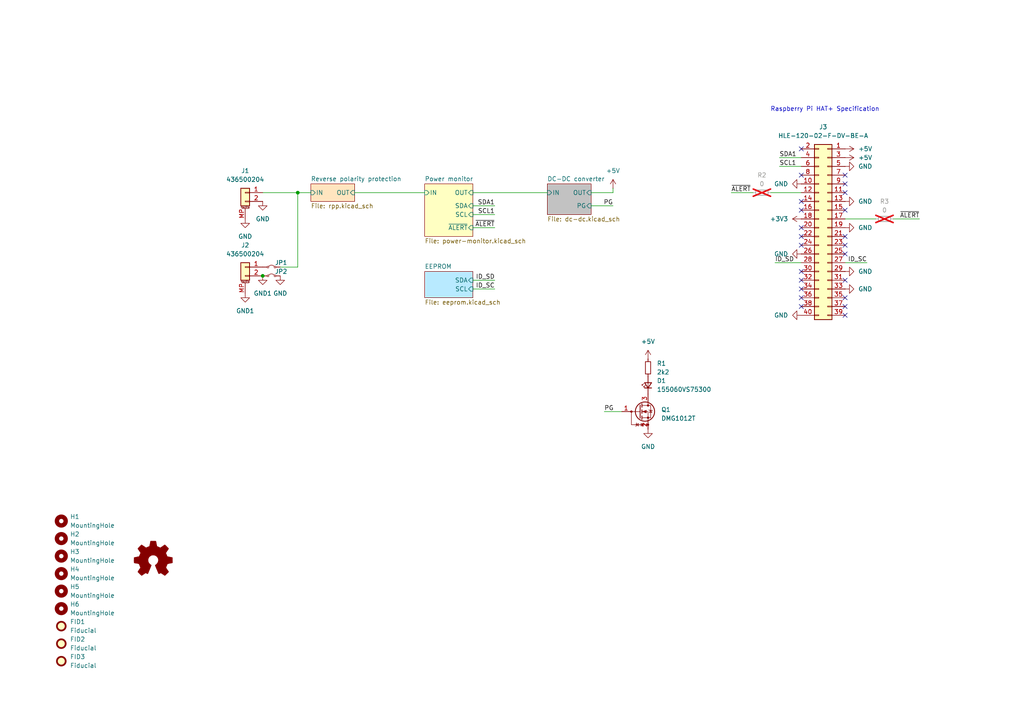
<source format=kicad_sch>
(kicad_sch (version 20231120) (generator "eeschema") (generator_version "8.0")
  (paper "A4")
  (title_block (title "DC Power board v1"))
  (lib_symbols
    (symbol "Connector_Generic:Conn_02x20_Odd_Even" (pin_names (offset 1.016) hide)
      (property "Reference" "J" (at 1.27 25.4 0))
      (property "Value" "Conn_02x20_Odd_Even" (at 1.27 -27.94 0))
      (symbol "Conn_02x20_Odd_Even_1_1"
        (rectangle (start -1.27 -25.273) (end 0 -25.527) (stroke (width 0.1524)))
        (rectangle (start -1.27 -22.733) (end 0 -22.987) (stroke (width 0.1524)))
        (rectangle (start -1.27 -20.193) (end 0 -20.447) (stroke (width 0.1524)))
        (rectangle (start -1.27 -17.653) (end 0 -17.907) (stroke (width 0.1524)))
        (rectangle (start -1.27 -15.113) (end 0 -15.367) (stroke (width 0.1524)))
        (rectangle (start -1.27 -12.573) (end 0 -12.827) (stroke (width 0.1524)))
        (rectangle (start -1.27 -10.033) (end 0 -10.287) (stroke (width 0.1524)))
        (rectangle (start -1.27 -7.493) (end 0 -7.747) (stroke (width 0.1524)))
        (rectangle (start -1.27 -4.953) (end 0 -5.207) (stroke (width 0.1524)))
        (rectangle (start -1.27 -2.413) (end 0 -2.667) (stroke (width 0.1524)))
        (rectangle (start -1.27 0.127) (end 0 -0.127) (stroke (width 0.1524)))
        (rectangle (start -1.27 2.667) (end 0 2.413) (stroke (width 0.1524)))
        (rectangle (start -1.27 5.207) (end 0 4.953) (stroke (width 0.1524)))
        (rectangle (start -1.27 7.747) (end 0 7.493) (stroke (width 0.1524)))
        (rectangle (start -1.27 10.287) (end 0 10.033) (stroke (width 0.1524)))
        (rectangle (start -1.27 12.827) (end 0 12.573) (stroke (width 0.1524)))
        (rectangle (start -1.27 15.367) (end 0 15.113) (stroke (width 0.1524)))
        (rectangle (start -1.27 17.907) (end 0 17.653) (stroke (width 0.1524)))
        (rectangle (start -1.27 20.447) (end 0 20.193) (stroke (width 0.1524)))
        (rectangle (start -1.27 22.987) (end 0 22.733) (stroke (width 0.1524)))
        (rectangle (start -1.27 24.13) (end 3.81 -26.67) (stroke (width 0.254)) (fill (type background)))
        (rectangle (start 3.81 -25.273) (end 2.54 -25.527) (stroke (width 0.1524)))
        (rectangle (start 3.81 -22.733) (end 2.54 -22.987) (stroke (width 0.1524)))
        (rectangle (start 3.81 -20.193) (end 2.54 -20.447) (stroke (width 0.1524)))
        (rectangle (start 3.81 -17.653) (end 2.54 -17.907) (stroke (width 0.1524)))
        (rectangle (start 3.81 -15.113) (end 2.54 -15.367) (stroke (width 0.1524)))
        (rectangle (start 3.81 -12.573) (end 2.54 -12.827) (stroke (width 0.1524)))
        (rectangle (start 3.81 -10.033) (end 2.54 -10.287) (stroke (width 0.1524)))
        (rectangle (start 3.81 -7.493) (end 2.54 -7.747) (stroke (width 0.1524)))
        (rectangle (start 3.81 -4.953) (end 2.54 -5.207) (stroke (width 0.1524)))
        (rectangle (start 3.81 -2.413) (end 2.54 -2.667) (stroke (width 0.1524)))
        (rectangle (start 3.81 0.127) (end 2.54 -0.127) (stroke (width 0.1524)))
        (rectangle (start 3.81 2.667) (end 2.54 2.413) (stroke (width 0.1524)))
        (rectangle (start 3.81 5.207) (end 2.54 4.953) (stroke (width 0.1524)))
        (rectangle (start 3.81 7.747) (end 2.54 7.493) (stroke (width 0.1524)))
        (rectangle (start 3.81 10.287) (end 2.54 10.033) (stroke (width 0.1524)))
        (rectangle (start 3.81 12.827) (end 2.54 12.573) (stroke (width 0.1524)))
        (rectangle (start 3.81 15.367) (end 2.54 15.113) (stroke (width 0.1524)))
        (rectangle (start 3.81 17.907) (end 2.54 17.653) (stroke (width 0.1524)))
        (rectangle (start 3.81 20.447) (end 2.54 20.193) (stroke (width 0.1524)))
        (rectangle (start 3.81 22.987) (end 2.54 22.733) (stroke (width 0.1524)))
        (pin passive line (at -5.08 22.86 0) (length 3.81) (name "Pin_1") (number "1"))
        (pin passive line (at 7.62 12.7 180) (length 3.81) (name "Pin_10") (number "10"))
        (pin passive line (at -5.08 10.16 0) (length 3.81) (name "Pin_11") (number "11"))
        (pin passive line (at 7.62 10.16 180) (length 3.81) (name "Pin_12") (number "12"))
        (pin passive line (at -5.08 7.62 0) (length 3.81) (name "Pin_13") (number "13"))
        (pin passive line (at 7.62 7.62 180) (length 3.81) (name "Pin_14") (number "14"))
        (pin passive line (at -5.08 5.08 0) (length 3.81) (name "Pin_15") (number "15"))
        (pin passive line (at 7.62 5.08 180) (length 3.81) (name "Pin_16") (number "16"))
        (pin passive line (at -5.08 2.54 0) (length 3.81) (name "Pin_17") (number "17"))
        (pin passive line (at 7.62 2.54 180) (length 3.81) (name "Pin_18") (number "18"))
        (pin passive line (at -5.08 0 0) (length 3.81) (name "Pin_19") (number "19"))
        (pin passive line (at 7.62 22.86 180) (length 3.81) (name "Pin_2") (number "2"))
        (pin passive line (at 7.62 0 180) (length 3.81) (name "Pin_20") (number "20"))
        (pin passive line (at -5.08 -2.54 0) (length 3.81) (name "Pin_21") (number "21"))
        (pin passive line (at 7.62 -2.54 180) (length 3.81) (name "Pin_22") (number "22"))
        (pin passive line (at -5.08 -5.08 0) (length 3.81) (name "Pin_23") (number "23"))
        (pin passive line (at 7.62 -5.08 180) (length 3.81) (name "Pin_24") (number "24"))
        (pin passive line (at -5.08 -7.62 0) (length 3.81) (name "Pin_25") (number "25"))
        (pin passive line (at 7.62 -7.62 180) (length 3.81) (name "Pin_26") (number "26"))
        (pin passive line (at -5.08 -10.16 0) (length 3.81) (name "Pin_27") (number "27"))
        (pin passive line (at 7.62 -10.16 180) (length 3.81) (name "Pin_28") (number "28"))
        (pin passive line (at -5.08 -12.7 0) (length 3.81) (name "Pin_29") (number "29"))
        (pin passive line (at -5.08 20.32 0) (length 3.81) (name "Pin_3") (number "3"))
        (pin passive line (at 7.62 -12.7 180) (length 3.81) (name "Pin_30") (number "30"))
        (pin passive line (at -5.08 -15.24 0) (length 3.81) (name "Pin_31") (number "31"))
        (pin passive line (at 7.62 -15.24 180) (length 3.81) (name "Pin_32") (number "32"))
        (pin passive line (at -5.08 -17.78 0) (length 3.81) (name "Pin_33") (number "33"))
        (pin passive line (at 7.62 -17.78 180) (length 3.81) (name "Pin_34") (number "34"))
        (pin passive line (at -5.08 -20.32 0) (length 3.81) (name "Pin_35") (number "35"))
        (pin passive line (at 7.62 -20.32 180) (length 3.81) (name "Pin_36") (number "36"))
        (pin passive line (at -5.08 -22.86 0) (length 3.81) (name "Pin_37") (number "37"))
        (pin passive line (at 7.62 -22.86 180) (length 3.81) (name "Pin_38") (number "38"))
        (pin passive line (at -5.08 -25.4 0) (length 3.81) (name "Pin_39") (number "39"))
        (pin passive line (at 7.62 20.32 180) (length 3.81) (name "Pin_4") (number "4"))
        (pin passive line (at 7.62 -25.4 180) (length 3.81) (name "Pin_40") (number "40"))
        (pin passive line (at -5.08 17.78 0) (length 3.81) (name "Pin_5") (number "5"))
        (pin passive line (at 7.62 17.78 180) (length 3.81) (name "Pin_6") (number "6"))
        (pin passive line (at -5.08 15.24 0) (length 3.81) (name "Pin_7") (number "7"))
        (pin passive line (at 7.62 15.24 180) (length 3.81) (name "Pin_8") (number "8"))
        (pin passive line (at -5.08 12.7 0) (length 3.81) (name "Pin_9") (number "9"))
      )
    )
    (symbol "Connector_Generic_MountingPin:Conn_01x02_MountingPin" (pin_names (offset 1.016) hide)
      (property "Reference" "J" (at 0 2.54 0))
      (property "Value" "Conn_01x02_MountingPin" (at 1.27 -5.08 0))
      (symbol "Conn_01x02_MountingPin_1_1"
        (rectangle (start -1.27 -2.413) (end 0 -2.667) (stroke (width 0.1524)))
        (rectangle (start -1.27 0.127) (end 0 -0.127) (stroke (width 0.1524)))
        (rectangle (start -1.27 1.27) (end 1.27 -3.81) (stroke (width 0.254)) (fill (type background)))
        (polyline (pts (xy -1.016 -4.572) (xy 1.016 -4.572)) (stroke (width 0.1524)))
        (text "Mounting" (at 0 -4.191 0) (effects (font (size 0.381 0.381))))
        (pin passive line (at -5.08 0 0) (length 3.81) (name "Pin_1") (number "1"))
        (pin passive line (at -5.08 -2.54 0) (length 3.81) (name "Pin_2") (number "2"))
        (pin passive line (at 0 -7.62 90) (length 3.048) (name "MountPin") (number "MP"))
      )
    )
    (symbol "Device:LED_Small" (pin_numbers hide) (pin_names (offset 0.254) hide)
      (property "Reference" "D" (at -1.27 3.175 0))
      (property "Value" "LED_Small" (at -4.445 -2.54 0))
      (symbol "LED_Small_0_1"
        (polyline (pts (xy -0.762 -1.016) (xy -0.762 1.016)) (stroke (width 0.254)))
        (polyline (pts (xy 1.016 0) (xy -0.762 0)))
        (polyline (pts (xy 0.762 -1.016) (xy -0.762 0) (xy 0.762 1.016) (xy 0.762 -1.016)) (stroke (width 0.254)))
        (polyline (pts (xy 0 0.762) (xy -0.508 1.27) (xy -0.254 1.27) (xy -0.508 1.27) (xy -0.508 1.016)))
        (polyline (pts (xy 0.508 1.27) (xy 0 1.778) (xy 0.254 1.778) (xy 0 1.778) (xy 0 1.524)))
      )
      (symbol "LED_Small_1_1"
        (pin passive line (at -2.54 0 0) (length 1.778) (name "K") (number "1"))
        (pin passive line (at 2.54 0 180) (length 1.778) (name "A") (number "2"))
      )
    )
    (symbol "Device:R_Small" (pin_numbers hide) (pin_names (offset 0.254) hide)
      (property "Reference" "R" (at 0.762 0.508 0))
      (property "Value" "R_Small" (at 0.762 -1.016 0))
      (symbol "R_Small_0_1"
        (rectangle (start -0.762 1.778) (end 0.762 -1.778) (stroke (width 0.2032)))
      )
      (symbol "R_Small_1_1"
        (pin passive line (at 0 2.54 270) (length 0.762) (name "~") (number "1"))
        (pin passive line (at 0 -2.54 90) (length 0.762) (name "~") (number "2"))
      )
    )
    (symbol "Graphic:Logo_Open_Hardware_Small" (in_bom no) (on_board no)
      (symbol "Logo_Open_Hardware_Small_0_1"
        (polyline (pts (xy 3.3528 -4.3434) (xy 3.302 -4.318) (xy 3.175 -4.2418) (xy 2.9972 -4.1148) (xy 2.7686 -3.9624) (xy 2.54 -3.81) (xy 2.3622 -3.7084) (xy 2.2352 -3.6068) (xy 2.1844 -3.5814) (xy 2.159 -3.6068) (xy 2.0574 -3.6576) (xy 1.905 -3.7338) (xy 1.8034 -3.7846) (xy 1.6764 -3.8354) (xy 1.6002 -3.8354) (xy 1.6002 -3.8354) (xy 1.5494 -3.7338) (xy 1.4732 -3.5306) (xy 1.3462 -3.302) (xy 1.2446 -3.0226) (xy 1.1176 -2.7178) (xy 0.9652 -2.413) (xy 0.8636 -2.1082) (xy 0.7366 -1.8288) (xy 0.6604 -1.6256) (xy 0.6096 -1.4732) (xy 0.5842 -1.397) (xy 0.5842 -1.397) (xy 0.6604 -1.3208) (xy 0.7874 -1.2446) (xy 1.0414 -1.016) (xy 1.2954 -0.6858) (xy 1.4478 -0.3302) (xy 1.524 0.0762) (xy 1.4732 0.4572) (xy 1.3208 0.8128) (xy 1.0668 1.143) (xy 0.762 1.3716) (xy 0.4064 1.524) (xy 0 1.5748) (xy -0.381 1.5494) (xy -0.7366 1.397) (xy -1.0668 1.143) (xy -1.2192 0.9906) (xy -1.397 0.6604) (xy -1.524 0.3048) (xy -1.524 0.2286) (xy -1.4986 -0.1778) (xy -1.397 -0.5334) (xy -1.1938 -0.8636) (xy -0.9144 -1.143) (xy -0.8636 -1.1684) (xy -0.7366 -1.27) (xy -0.635 -1.3462) (xy -0.5842 -1.397) (xy -1.0668 -2.5908) (xy -1.143 -2.794) (xy -1.2954 -3.1242) (xy -1.397 -3.4036) (xy -1.4986 -3.6322) (xy -1.5748 -3.7846) (xy -1.6002 -3.8354) (xy -1.6002 -3.8354) (xy -1.651 -3.8354) (xy -1.7272 -3.81) (xy -1.905 -3.7338) (xy -2.0066 -3.683) (xy -2.1336 -3.6068) (xy -2.2098 -3.5814) (xy -2.2606 -3.6068) (xy -2.3622 -3.683) (xy -2.54 -3.81) (xy -2.7686 -3.9624) (xy -2.9718 -4.0894) (xy -3.1496 -4.2164) (xy -3.302 -4.318) (xy -3.3528 -4.3434) (xy -3.3782 -4.3434) (xy -3.429 -4.318) (xy -3.5306 -4.2164) (xy -3.7084 -4.064) (xy -3.937 -3.8354) (xy -3.9624 -3.81) (xy -4.1656 -3.6068) (xy -4.318 -3.4544) (xy -4.4196 -3.3274) (xy -4.445 -3.2766) (xy -4.445 -3.2766) (xy -4.4196 -3.2258) (xy -4.318 -3.0734) (xy -4.2164 -2.8956) (xy -4.064 -2.667) (xy -3.6576 -2.0828) (xy -3.8862 -1.5494) (xy -3.937 -1.3716) (xy -4.0386 -1.1684) (xy -4.0894 -1.0414) (xy -4.1148 -0.9652) (xy -4.191 -0.9398) (xy -4.318 -0.9144) (xy -4.5466 -0.8636) (xy -4.8006 -0.8128) (xy -5.0546 -0.7874) (xy -5.2578 -0.7366) (xy -5.4356 -0.7112) (xy -5.5118 -0.6858) (xy -5.5118 -0.6858) (xy -5.5372 -0.635) (xy -5.5372 -0.5588) (xy -5.5372 -0.4318) (xy -5.5626 -0.2286) (xy -5.5626 0.0762) (xy -5.5626 0.127) (xy -5.5372 0.4064) (xy -5.5372 0.635) (xy -5.5372 0.762) (xy -5.5372 0.8382) (xy -5.5372 0.8382) (xy -5.461 0.8382) (xy -5.3086 0.889) (xy -5.08 0.9144) (xy -4.826 0.9652) (xy -4.8006 0.9906) (xy -4.5466 1.0414) (xy -4.318 1.0668) (xy -4.1656 1.1176) (xy -4.0894 1.143) (xy -4.0894 1.143) (xy -4.0386 1.2446) (xy -3.9624 1.4224) (xy -3.8608 1.6256) (xy -3.7846 1.8288) (xy -3.7084 2.0066) (xy -3.6576 2.159) (xy -3.6322 2.2098) (xy -3.6322 2.2098) (xy -3.683 2.286) (xy -3.7592 2.413) (xy -3.8862 2.5908) (xy -4.064 2.8194) (xy -4.064 2.8448) (xy -4.2164 3.0734) (xy -4.3434 3.2512) (xy -4.4196 3.3782) (xy -4.445 3.4544) (xy -4.445 3.4544) (xy -4.3942 3.5052) (xy -4.2926 3.6322) (xy -4.1148 3.81) (xy -3.937 4.0132) (xy -3.8608 4.064) (xy -3.6576 4.2926) (xy -3.5052 4.4196) (xy -3.4036 4.4958) (xy -3.3528 4.5212) (xy -3.3528 4.5212) (xy -3.302 4.4704) (xy -3.1496 4.3688) (xy -2.9718 4.2418) (xy -2.7432 4.0894) (xy -2.7178 4.0894) (xy -2.4892 3.937) (xy -2.3114 3.81) (xy -2.1844 3.7084) (xy -2.1336 3.683) (xy -2.1082 3.683) (xy -2.032 3.7084) (xy -1.8542 3.7592) (xy -1.6764 3.8354) (xy -1.4732 3.937) (xy -1.27 4.0132) (xy -1.143 4.064) (xy -1.0668 4.1148) (xy -1.0668 4.1148) (xy -1.0414 4.191) (xy -1.016 4.3434) (xy -0.9652 4.572) (xy -0.9144 4.8514) (xy -0.889 4.9022) (xy -0.8382 5.1562) (xy -0.8128 5.3848) (xy -0.7874 5.5372) (xy -0.762 5.588) (xy -0.7112 5.6134) (xy -0.5842 5.6134) (xy -0.4064 5.6134) (xy -0.1524 5.6134) (xy 0.0762 5.6134) (xy 0.3302 5.6134) (xy 0.5334 5.6134) (xy 0.6858 5.588) (xy 0.7366 5.588) (xy 0.7366 5.588) (xy 0.762 5.5118) (xy 0.8128 5.334) (xy 0.8382 5.1054) (xy 0.9144 4.826) (xy 0.9144 4.7752) (xy 0.9652 4.5212) (xy 1.016 4.2926) (xy 1.0414 4.1402) (xy 1.0668 4.0894) (xy 1.0668 4.0894) (xy 1.1938 4.0386) (xy 1.3716 3.9624) (xy 1.5748 3.8608) (xy 2.0828 3.6576) (xy 2.7178 4.0894) (xy 2.7686 4.1402) (xy 2.9972 4.2926) (xy 3.175 4.4196) (xy 3.302 4.4958) (xy 3.3782 4.5212) (xy 3.3782 4.5212) (xy 3.429 4.4704) (xy 3.556 4.3434) (xy 3.7338 4.191) (xy 3.9116 3.9878) (xy 4.064 3.8354) (xy 4.2418 3.6576) (xy 4.3434 3.556) (xy 4.4196 3.4798) (xy 4.4196 3.429) (xy 4.4196 3.4036) (xy 4.3942 3.3274) (xy 4.2926 3.2004) (xy 4.1656 2.9972) (xy 4.0132 2.794) (xy 3.8862 2.5908) (xy 3.7592 2.3876) (xy 3.6576 2.2352) (xy 3.6322 2.159) (xy 3.6322 2.1336) (xy 3.683 2.0066) (xy 3.7592 1.8288) (xy 3.8608 1.6002) (xy 4.064 1.1176) (xy 4.3942 1.0414) (xy 4.5974 1.016) (xy 4.8768 0.9652) (xy 5.1308 0.9144) (xy 5.5372 0.8382) (xy 5.5626 -0.6604) (xy 5.4864 -0.6858) (xy 5.4356 -0.6858) (xy 5.2832 -0.7366) (xy 5.0546 -0.762) (xy 4.8006 -0.8128) (xy 4.5974 -0.8636) (xy 4.3688 -0.9144) (xy 4.2164 -0.9398) (xy 4.1402 -0.9398) (xy 4.1148 -0.9652) (xy 4.064 -1.0668) (xy 3.9878 -1.2446) (xy 3.9116 -1.4478) (xy 3.81 -1.651) (xy 3.7338 -1.8542) (xy 3.683 -2.0066) (xy 3.6576 -2.0828) (xy 3.683 -2.1336) (xy 3.7846 -2.2606) (xy 3.8862 -2.4638) (xy 4.0386 -2.667) (xy 4.191 -2.8956) (xy 4.318 -3.0734) (xy 4.3942 -3.2004) (xy 4.445 -3.2766) (xy 4.4196 -3.3274) (xy 4.3434 -3.429) (xy 4.1656 -3.5814) (xy 3.937 -3.8354) (xy 3.8862 -3.8608) (xy 3.683 -4.064) (xy 3.5306 -4.2164) (xy 3.4036 -4.318) (xy 3.3528 -4.3434)) (fill (type outline)))
      )
    )
    (symbol "Jumper:Jumper_2_Small_Bridged" (pin_numbers hide) (pin_names (offset 0) hide) (exclude_from_sim yes)
      (property "Reference" "JP" (at 0 2.032 0))
      (property "Value" "Jumper_2_Small_Bridged" (at 0 -2.286 0))
      (symbol "Jumper_2_Small_Bridged_0_0"
        (circle (center -1.016 0) (radius 0.254))
        (circle (center 1.016 0) (radius 0.254))
      )
      (symbol "Jumper_2_Small_Bridged_0_1"
        (arc (start 0.762 0.254) (mid 0 0.5696) (end -0.762 0.254))
      )
      (symbol "Jumper_2_Small_Bridged_1_1"
        (pin passive line (at -2.54 0 0) (length 1.27) (name "A") (number "1"))
        (pin passive line (at 2.54 0 180) (length 1.27) (name "B") (number "2"))
      )
    )
    (symbol "Mechanical:Fiducial" (exclude_from_sim yes) (in_bom no)
      (property "Reference" "FID" (at 0 5.08 0))
      (property "Value" "Fiducial" (at 0 3.175 0))
      (symbol "Fiducial_0_1"
        (circle (center 0 0) (radius 1.27) (stroke (width 0.508)) (fill (type background)))
      )
    )
    (symbol "Mechanical:MountingHole" (pin_names (offset 1.016)) (exclude_from_sim yes) (in_bom no)
      (property "Reference" "H" (at 0 5.08 0))
      (property "Value" "MountingHole" (at 0 3.175 0))
      (symbol "MountingHole_0_1"
        (circle (center 0 0) (radius 1.27) (stroke (width 1.27)))
      )
    )
    (symbol "Transistor_FET:DMG1012T" (pin_names (offset 0) hide)
      (property "Reference" "Q" (at 5.08 1.905 0))
      (property "Value" "DMG1012T" (at 5.08 0 0))
      (symbol "DMG1012T_0_1"
        (polyline (pts (xy 2.54 -3.81) (xy -2.286 -3.81) (xy -2.286 0)))
      )
      (symbol "DMG1012T_1_1"
        (circle (center -2.286 0) (radius 0.254) (fill (type outline)))
        (polyline (pts (xy 0.254 0) (xy -2.54 0)))
        (polyline (pts (xy 0.254 1.905) (xy 0.254 -1.905)) (stroke (width 0.254)))
        (polyline (pts (xy 0.762 -1.27) (xy 0.762 -2.286)) (stroke (width 0.254)))
        (polyline (pts (xy 0.762 0.508) (xy 0.762 -0.508)) (stroke (width 0.254)))
        (polyline (pts (xy 0.762 2.286) (xy 0.762 1.27)) (stroke (width 0.254)))
        (polyline (pts (xy 2.54 2.54) (xy 2.54 1.778)))
        (polyline (pts (xy 2.54 -2.54) (xy 2.54 0) (xy 0.762 0)))
        (polyline (pts (xy -1.016 -4.318) (xy -0.889 -4.191) (xy -0.889 -3.429) (xy -0.762 -3.302)))
        (polyline (pts (xy -0.889 -3.81) (xy -0.254 -4.191) (xy -0.254 -3.429) (xy -0.889 -3.81)))
        (polyline (pts (xy 0.762 -1.778) (xy 3.302 -1.778) (xy 3.302 1.778) (xy 0.762 1.778)))
        (polyline (pts (xy 1.016 0) (xy 2.032 0.381) (xy 2.032 -0.381) (xy 1.016 0)) (fill (type outline)))
        (polyline (pts (xy 1.143 -3.81) (xy 0.508 -3.429) (xy 0.508 -4.191) (xy 1.143 -3.81)))
        (polyline (pts (xy 1.27 -3.302) (xy 1.143 -3.429) (xy 1.143 -4.191) (xy 1.016 -4.318)))
        (polyline (pts (xy 2.794 0.508) (xy 2.921 0.381) (xy 3.683 0.381) (xy 3.81 0.254)))
        (polyline (pts (xy 3.302 0.381) (xy 2.921 -0.254) (xy 3.683 -0.254) (xy 3.302 0.381)))
        (circle (center 1.651 0) (radius 2.794) (stroke (width 0.254)))
        (circle (center 2.54 -3.81) (radius 0.254) (fill (type outline)))
        (circle (center 2.54 -1.778) (radius 0.254) (fill (type outline)))
        (circle (center 2.54 1.778) (radius 0.254) (fill (type outline)))
        (pin input line (at -5.08 0 0) (length 2.54) (name "G") (number "1"))
        (pin passive line (at 2.54 -5.08 90) (length 2.54) (name "S") (number "2"))
        (pin passive line (at 2.54 5.08 270) (length 2.54) (name "D") (number "3"))
      )
    )
    (symbol "power:+3V3" (power) (pin_numbers hide) (pin_names (offset 0) hide)
      (property "Value" "+3V3" (at 0 3.556 0))
      (symbol "+3V3_0_1"
        (polyline (pts (xy -0.762 1.27) (xy 0 2.54)))
        (polyline (pts (xy 0 0) (xy 0 2.54)))
        (polyline (pts (xy 0 2.54) (xy 0.762 1.27)))
      )
      (symbol "+3V3_1_1"
        (pin power_in line (at 0 0 90) (length 0) (name "~") (number "1"))
      )
    )
    (symbol "power:+5V" (power) (pin_numbers hide) (pin_names (offset 0) hide)
      (property "Value" "+5V" (at 0 3.556 0))
      (symbol "+5V_0_1"
        (polyline (pts (xy -0.762 1.27) (xy 0 2.54)))
        (polyline (pts (xy 0 0) (xy 0 2.54)))
        (polyline (pts (xy 0 2.54) (xy 0.762 1.27)))
      )
      (symbol "+5V_1_1"
        (pin power_in line (at 0 0 90) (length 0) (name "~") (number "1"))
      )
    )
    (symbol "power:GND" (power) (pin_numbers hide) (pin_names (offset 0) hide)
      (property "Value" "GND" (at 0 -3.81 0))
      (symbol "GND_0_1"
        (polyline (pts (xy 0 0) (xy 0 -1.27) (xy 1.27 -1.27) (xy 0 -2.54) (xy -1.27 -1.27) (xy 0 -1.27)))
      )
      (symbol "GND_1_1"
        (pin power_in line (at 0 0 270) (length 0) (name "~") (number "1"))
      )
    )
    (symbol "power:GND1" (power) (pin_numbers hide) (pin_names (offset 0) hide)
      (property "Value" "GND1" (at 0 -3.81 0))
      (symbol "GND1_0_1"
        (polyline (pts (xy 0 0) (xy 0 -1.27) (xy 1.27 -1.27) (xy 0 -2.54) (xy -1.27 -1.27) (xy 0 -1.27)))
      )
      (symbol "GND1_1_1"
        (pin power_in line (at 0 0 270) (length 0) (name "~") (number "1"))
      )
    )
  )
  (junction (at 76.2 80.01))
  (junction (at 86.36 55.88))
  (no_connect (at 232.41 60.96))
  (no_connect (at 232.41 78.74))
  (no_connect (at 232.41 68.58))
  (no_connect (at 232.41 86.36))
  (no_connect (at 245.11 55.88))
  (no_connect (at 245.11 73.66))
  (no_connect (at 232.41 43.18))
  (no_connect (at 245.11 91.44))
  (no_connect (at 245.11 88.9))
  (no_connect (at 245.11 71.12))
  (no_connect (at 245.11 81.28))
  (no_connect (at 232.41 66.04))
  (no_connect (at 232.41 81.28))
  (no_connect (at 232.41 71.12))
  (no_connect (at 245.11 60.96))
  (no_connect (at 232.41 50.8))
  (no_connect (at 245.11 86.36))
  (no_connect (at 232.41 58.42))
  (no_connect (at 245.11 53.34))
  (no_connect (at 232.41 83.82))
  (no_connect (at 232.41 88.9))
  (no_connect (at 245.11 50.8))
  (no_connect (at 245.11 68.58))
  (wire (pts (xy 226.06 48.26) (xy 232.41 48.26)))
  (wire (pts (xy 223.52 55.88) (xy 232.41 55.88)))
  (wire (pts (xy 175.26 119.38) (xy 180.34 119.38)))
  (wire (pts (xy 177.8 55.88) (xy 171.45 55.88)))
  (wire (pts (xy 137.16 55.88) (xy 158.75 55.88)))
  (wire (pts (xy 76.2 55.88) (xy 86.36 55.88)))
  (wire (pts (xy 137.16 83.82) (xy 143.51 83.82)))
  (wire (pts (xy 86.36 77.47) (xy 86.36 55.88)))
  (wire (pts (xy 224.79 76.2) (xy 232.41 76.2)))
  (wire (pts (xy 86.36 55.88) (xy 90.17 55.88)))
  (wire (pts (xy 137.16 59.69) (xy 143.51 59.69)))
  (wire (pts (xy 171.45 59.69) (xy 177.8 59.69)))
  (wire (pts (xy 259.08 63.5) (xy 266.7 63.5)))
  (wire (pts (xy 245.11 76.2) (xy 251.46 76.2)))
  (wire (pts (xy 177.8 54.61) (xy 177.8 55.88)))
  (wire (pts (xy 81.28 77.47) (xy 86.36 77.47)))
  (wire (pts (xy 137.16 66.04) (xy 143.51 66.04)))
  (wire (pts (xy 102.87 55.88) (xy 123.19 55.88)))
  (wire (pts (xy 137.16 62.23) (xy 143.51 62.23)))
  (wire (pts (xy 245.11 63.5) (xy 254 63.5)))
  (wire (pts (xy 212.09 55.88) (xy 218.44 55.88)))
  (wire (pts (xy 226.06 45.72) (xy 232.41 45.72)))
  (wire (pts (xy 137.16 81.28) (xy 143.51 81.28)))
  (text "Raspberry Pi HAT+ Specification" (at 239.268 31.75 0) (effects (font (size 1.27 1.27))))
  (label "ID_SC" (at 251.46 76.2 180))
  (label "ID_SD" (at 224.79 76.2 0))
  (label "~{ALERT}" (at 143.51 66.04 180))
  (label "SDA1" (at 143.51 59.69 180))
  (label "~{ALERT}" (at 212.09 55.88 0))
  (label "SDA1" (at 226.06 45.72 0))
  (label "SCL1" (at 143.51 62.23 180))
  (label "ID_SC" (at 143.51 83.82 180))
  (label "PG" (at 177.8 59.69 180))
  (label "SCL1" (at 226.06 48.26 0))
  (label "~{ALERT}" (at 266.7 63.5 180))
  (label "PG" (at 175.26 119.38 0))
  (label "ID_SD" (at 143.51 81.28 180))
  (symbol (lib_id "Mechanical:Fiducial") (at 17.78 181.61 0) (unit 1) (exclude_from_sim yes) (in_bom no)
    (property "Reference" "FID1" (at 20.32 180.3399 0) (effects (justify left)))
    (property "Value" "Fiducial" (at 20.32 182.8799 0) (effects (justify left)))
    (property "Footprint" "Fiducial:Fiducial_1.5mm_Mask3mm" (effects (hide yes)))
    (property "Description" "Fiducial Marker" (effects (hide yes)))
  )
  (symbol (lib_id "power:GND") (at 71.12 63.5 0) (unit 1)
    (property "Reference" "#PWR01" (effects (hide yes)))
    (property "Value" "GND" (at 71.12 68.58 0))
    (property "Description" "Power symbol creates a global label with name \"GND\" , ground" (effects (hide yes)))
  )
  (symbol (lib_id "Mechanical:MountingHole") (at 17.78 166.37 0) (unit 1) (exclude_from_sim yes) (in_bom no)
    (property "Reference" "H4" (at 20.32 165.0999 0) (effects (justify left)))
    (property "Value" "MountingHole" (at 20.32 167.6399 0) (effects (justify left)))
    (property "Footprint" "bao-lib:MountingHole_2.75mm_M2.5" (effects (hide yes)))
    (property "Description" "Mounting Hole without connection" (effects (hide yes)))
  )
  (symbol (lib_id "power:GND") (at 245.11 66.04 90) (unit 1)
    (property "Reference" "#PWR017" (effects (hide yes)))
    (property "Value" "GND" (at 248.92 66.0399 90) (effects (justify right)))
    (property "Description" "Power symbol creates a global label with name \"GND\" , ground" (effects (hide yes)))
  )
  (symbol (lib_id "power:GND") (at 245.11 83.82 90) (unit 1)
    (property "Reference" "#PWR019" (effects (hide yes)))
    (property "Value" "GND" (at 248.92 83.8199 90) (effects (justify right)))
    (property "Description" "Power symbol creates a global label with name \"GND\" , ground" (effects (hide yes)))
  )
  (symbol (lib_id "Connector_Generic:Conn_02x20_Odd_Even") (at 240.03 66.04 0) (mirror y) (unit 1)
    (property "Reference" "J3" (at 238.76 36.83 0))
    (property "Value" "HLE-120-02-F-DV-BE-A" (at 238.76 39.37 0))
    (property "Footprint" "bao-lib:Samtec_HLE-120-02-xxx-DV-BE-A_2x20_P2.54mm_Horizontal" (effects (hide yes)))
    (property "Description" "Generic connector, double row, 02x20, odd/even pin numbering scheme (row 1 odd numbers, row 2 even numbers), script generated (kicad-library-utils/schlib/autogen/connector/)" (effects (hide yes)))
  )
  (symbol (lib_id "Connector_Generic_MountingPin:Conn_01x02_MountingPin") (at 71.12 55.88 0) (mirror y) (unit 1)
    (property "Reference" "J1" (at 71.12 49.53 0))
    (property "Value" "436500204" (at 71.12 52.07 0))
    (property "Footprint" "bao-lib:436500204" (effects (hide yes)))
    (property "Description" "Generic connectable mounting pin connector, single row, 01x02, script generated (kicad-library-utils/schlib/autogen/connector/)" (effects (hide yes)))
  )
  (symbol (lib_id "power:+5V") (at 245.11 43.18 270) (unit 1)
    (property "Reference" "#PWR013" (effects (hide yes)))
    (property "Value" "+5V" (at 248.92 43.1799 90) (effects (justify left)))
    (property "Description" "Power symbol creates a global label with name \"+5V\"" (effects (hide yes)))
  )
  (symbol (lib_id "power:GND1") (at 71.12 85.09 0) (unit 1)
    (property "Reference" "#PWR02" (effects (hide yes)))
    (property "Value" "GND1" (at 71.12 90.17 0))
    (property "Description" "Power symbol creates a global label with name \"GND1\" , ground" (effects (hide yes)))
  )
  (symbol (lib_id "Transistor_FET:DMG1012T") (at 185.42 119.38 0) (unit 1)
    (property "Reference" "Q1" (at 191.77 118.8084 0) (effects (justify left)))
    (property "Value" "DMG1012T" (at 191.77 121.3484 0) (effects (justify left)))
    (property "Footprint" "Package_TO_SOT_SMD:SOT-523" (effects (hide yes)))
    (property "Datasheet" "https://www.diodes.com/assets/Datasheets/ds31783.pdf" (effects (hide yes)))
    (property "Description" "20V Vds, 0.63 Id, N-Channel MOSFET with ESD protection, SOT-523" (effects (hide yes)))
  )
  (symbol (lib_id "Device:R_Small") (at 187.96 106.68 0) (unit 1)
    (property "Reference" "R1" (at 190.5 105.4099 0) (effects (justify left)))
    (property "Value" "2k2" (at 190.5 107.9499 0) (effects (justify left)))
    (property "Footprint" "Resistor_SMD:R_0402_1005Metric" (effects (hide yes)))
    (property "Description" "Resistor, small symbol" (effects (hide yes)))
    (property "MPN" "RC0402FR-072K2L" (effects (hide yes)))
  )
  (symbol (lib_id "Device:LED_Small") (at 187.96 111.76 90) (unit 1)
    (property "Reference" "D1" (at 190.5 110.4264 90) (effects (justify right)))
    (property "Value" "155060VS75300" (at 190.5 112.9664 90) (effects (justify right)))
    (property "Footprint" "LED_SMD:LED_0603_1608Metric" (effects (hide yes)))
    (property "Description" "Light emitting diode, small symbol" (effects (hide yes)))
  )
  (symbol (lib_id "Device:R_Small") (at 220.98 55.88 90) (unit 1) (dnp yes)
    (property "Reference" "R2" (at 220.98 50.8 90))
    (property "Value" "0" (at 220.98 53.34 90))
    (property "Footprint" "Resistor_SMD:R_0402_1005Metric" (effects (hide yes)))
    (property "Description" "Resistor, small symbol" (effects (hide yes)))
    (property "MPN" "RC0402JR-070RL" (effects (hide yes)))
  )
  (symbol (lib_id "Mechanical:Fiducial") (at 17.78 191.77 0) (unit 1) (exclude_from_sim yes) (in_bom no)
    (property "Reference" "FID3" (at 20.32 190.4999 0) (effects (justify left)))
    (property "Value" "Fiducial" (at 20.32 193.0399 0) (effects (justify left)))
    (property "Footprint" "Fiducial:Fiducial_1.5mm_Mask3mm" (effects (hide yes)))
    (property "Description" "Fiducial Marker" (effects (hide yes)))
  )
  (symbol (lib_id "power:GND1") (at 76.2 80.01 0) (unit 1)
    (property "Reference" "#PWR04" (effects (hide yes)))
    (property "Value" "GND1" (at 76.2 85.09 0))
    (property "Description" "Power symbol creates a global label with name \"GND1\" , ground" (effects (hide yes)))
  )
  (symbol (lib_id "power:GND") (at 76.2 58.42 0) (unit 1)
    (property "Reference" "#PWR03" (effects (hide yes)))
    (property "Value" "GND" (at 76.2 63.5 0))
    (property "Description" "Power symbol creates a global label with name \"GND\" , ground" (effects (hide yes)))
  )
  (symbol (lib_id "Mechanical:Fiducial") (at 17.78 186.69 0) (unit 1) (exclude_from_sim yes) (in_bom no)
    (property "Reference" "FID2" (at 20.32 185.4199 0) (effects (justify left)))
    (property "Value" "Fiducial" (at 20.32 187.9599 0) (effects (justify left)))
    (property "Footprint" "Fiducial:Fiducial_1.5mm_Mask3mm" (effects (hide yes)))
    (property "Description" "Fiducial Marker" (effects (hide yes)))
  )
  (symbol (lib_id "power:+3V3") (at 232.41 63.5 90) (unit 1)
    (property "Reference" "#PWR010" (effects (hide yes)))
    (property "Value" "+3V3" (at 228.6 63.4999 90) (effects (justify left)))
    (property "Description" "Power symbol creates a global label with name \"+3V3\"" (effects (hide yes)))
  )
  (symbol (lib_id "power:GND") (at 245.11 48.26 90) (unit 1)
    (property "Reference" "#PWR015" (effects (hide yes)))
    (property "Value" "GND" (at 248.92 48.2599 90) (effects (justify right)))
    (property "Description" "Power symbol creates a global label with name \"GND\" , ground" (effects (hide yes)))
  )
  (symbol (lib_id "power:GND") (at 187.96 124.46 0) (unit 1)
    (property "Reference" "#PWR08" (effects (hide yes)))
    (property "Value" "GND" (at 187.96 129.54 0))
    (property "Description" "Power symbol creates a global label with name \"GND\" , ground" (effects (hide yes)))
  )
  (symbol (lib_id "power:GND") (at 232.41 91.44 270) (unit 1)
    (property "Reference" "#PWR012" (effects (hide yes)))
    (property "Value" "GND" (at 228.6 91.4399 90) (effects (justify right)))
    (property "Description" "Power symbol creates a global label with name \"GND\" , ground" (effects (hide yes)))
  )
  (symbol (lib_id "Connector_Generic_MountingPin:Conn_01x02_MountingPin") (at 71.12 77.47 0) (mirror y) (unit 1)
    (property "Reference" "J2" (at 71.12 71.12 0))
    (property "Value" "436500204" (at 71.12 73.66 0))
    (property "Footprint" "bao-lib:436500204" (effects (hide yes)))
    (property "Description" "Generic connectable mounting pin connector, single row, 01x02, script generated (kicad-library-utils/schlib/autogen/connector/)" (effects (hide yes)))
  )
  (symbol (lib_id "Mechanical:MountingHole") (at 17.78 161.29 0) (unit 1) (exclude_from_sim yes) (in_bom no)
    (property "Reference" "H3" (at 20.32 160.0199 0) (effects (justify left)))
    (property "Value" "MountingHole" (at 20.32 162.5599 0) (effects (justify left)))
    (property "Footprint" "bao-lib:MountingHole_2.75mm_M2.5" (effects (hide yes)))
    (property "Description" "Mounting Hole without connection" (effects (hide yes)))
  )
  (symbol (lib_id "Mechanical:MountingHole") (at 17.78 151.13 0) (unit 1) (exclude_from_sim yes) (in_bom no)
    (property "Reference" "H1" (at 20.32 149.8599 0) (effects (justify left)))
    (property "Value" "MountingHole" (at 20.32 152.3999 0) (effects (justify left)))
    (property "Footprint" "bao-lib:MountingHole_2.75mm_M2.5" (effects (hide yes)))
    (property "Description" "Mounting Hole without connection" (effects (hide yes)))
  )
  (symbol (lib_id "Jumper:Jumper_2_Small_Bridged") (at 78.74 80.01 0) (unit 1) (exclude_from_sim yes)
    (property "Reference" "JP2" (at 81.534 78.74 0))
    (property "Value" "0" (effects (hide yes)))
    (property "Footprint" "bao-lib:HARWIN_S1911-46R" (effects (hide yes)))
    (property "Description" "Jumper, 2-pole, small symbol, bridged" (effects (hide yes)))
    (property "MPN" "S1911-46R" (effects (hide yes)))
  )
  (symbol (lib_id "Graphic:Logo_Open_Hardware_Small") (at 44.45 162.56 0) (unit 1) (exclude_from_sim yes) (in_bom no)
    (property "Reference" "SYM1" (effects (hide yes)))
    (property "Value" "Logo_Open_Hardware_Small" (effects (hide yes)))
    (property "Footprint" "Symbol:OSHW-Logo_5.7x6mm_SilkScreen" (effects (hide yes)))
    (property "Description" "Open Hardware logo, small" (effects (hide yes)))
  )
  (symbol (lib_id "power:+5V") (at 177.8 54.61 0) (unit 1)
    (property "Reference" "#PWR06" (effects (hide yes)))
    (property "Value" "+5V" (at 177.8 49.53 0))
    (property "Description" "Power symbol creates a global label with name \"+5V\"" (effects (hide yes)))
  )
  (symbol (lib_id "Jumper:Jumper_2_Small_Bridged") (at 78.74 77.47 0) (unit 1) (exclude_from_sim yes)
    (property "Reference" "JP1" (at 81.534 76.2 0))
    (property "Value" "0" (effects (hide yes)))
    (property "Footprint" "bao-lib:HARWIN_S1911-46R" (effects (hide yes)))
    (property "Description" "Jumper, 2-pole, small symbol, bridged" (effects (hide yes)))
    (property "MPN" "S1911-46R" (effects (hide yes)))
  )
  (symbol (lib_id "power:GND") (at 245.11 58.42 90) (unit 1)
    (property "Reference" "#PWR016" (effects (hide yes)))
    (property "Value" "GND" (at 248.92 58.4199 90) (effects (justify right)))
    (property "Description" "Power symbol creates a global label with name \"GND\" , ground" (effects (hide yes)))
  )
  (symbol (lib_id "Mechanical:MountingHole") (at 17.78 176.53 0) (unit 1) (exclude_from_sim yes) (in_bom no)
    (property "Reference" "H6" (at 20.32 175.2599 0) (effects (justify left)))
    (property "Value" "MountingHole" (at 20.32 177.7999 0) (effects (justify left)))
    (property "Footprint" "bao-lib:MountingHole_2.75mm_M2.5" (effects (hide yes)))
    (property "Description" "Mounting Hole without connection" (effects (hide yes)))
  )
  (symbol (lib_id "Device:R_Small") (at 256.54 63.5 90) (unit 1) (dnp yes)
    (property "Reference" "R3" (at 256.54 58.42 90))
    (property "Value" "0" (at 256.54 60.96 90))
    (property "Footprint" "Resistor_SMD:R_0402_1005Metric" (effects (hide yes)))
    (property "Description" "Resistor, small symbol" (effects (hide yes)))
    (property "MPN" "RC0402JR-070RL" (effects (hide yes)))
  )
  (symbol (lib_id "power:GND") (at 81.28 80.01 0) (unit 1)
    (property "Reference" "#PWR05" (effects (hide yes)))
    (property "Value" "GND" (at 81.28 85.09 0))
    (property "Description" "Power symbol creates a global label with name \"GND\" , ground" (effects (hide yes)))
  )
  (symbol (lib_id "Mechanical:MountingHole") (at 17.78 171.45 0) (unit 1) (exclude_from_sim yes) (in_bom no)
    (property "Reference" "H5" (at 20.32 170.1799 0) (effects (justify left)))
    (property "Value" "MountingHole" (at 20.32 172.7199 0) (effects (justify left)))
    (property "Footprint" "bao-lib:MountingHole_2.75mm_M2.5" (effects (hide yes)))
    (property "Description" "Mounting Hole without connection" (effects (hide yes)))
  )
  (symbol (lib_id "power:GND") (at 245.11 78.74 90) (unit 1)
    (property "Reference" "#PWR018" (effects (hide yes)))
    (property "Value" "GND" (at 248.92 78.7399 90) (effects (justify right)))
    (property "Description" "Power symbol creates a global label with name \"GND\" , ground" (effects (hide yes)))
  )
  (symbol (lib_id "power:+5V") (at 245.11 45.72 270) (unit 1)
    (property "Reference" "#PWR014" (effects (hide yes)))
    (property "Value" "+5V" (at 248.92 45.7199 90) (effects (justify left)))
    (property "Description" "Power symbol creates a global label with name \"+5V\"" (effects (hide yes)))
  )
  (symbol (lib_id "power:GND") (at 232.41 73.66 270) (unit 1)
    (property "Reference" "#PWR011" (effects (hide yes)))
    (property "Value" "GND" (at 228.6 73.6599 90) (effects (justify right)))
    (property "Description" "Power symbol creates a global label with name \"GND\" , ground" (effects (hide yes)))
  )
  (symbol (lib_id "Mechanical:MountingHole") (at 17.78 156.21 0) (unit 1) (exclude_from_sim yes) (in_bom no)
    (property "Reference" "H2" (at 20.32 154.9399 0) (effects (justify left)))
    (property "Value" "MountingHole" (at 20.32 157.4799 0) (effects (justify left)))
    (property "Footprint" "bao-lib:MountingHole_2.75mm_M2.5" (effects (hide yes)))
    (property "Description" "Mounting Hole without connection" (effects (hide yes)))
  )
  (symbol (lib_id "power:+5V") (at 187.96 104.14 0) (unit 1)
    (property "Reference" "#PWR07" (effects (hide yes)))
    (property "Value" "+5V" (at 187.96 99.06 0))
    (property "Description" "Power symbol creates a global label with name \"+5V\"" (effects (hide yes)))
  )
  (symbol (lib_id "power:GND") (at 232.41 53.34 270) (unit 1)
    (property "Reference" "#PWR09" (effects (hide yes)))
    (property "Value" "GND" (at 228.6 53.3399 90) (effects (justify right)))
    (property "Description" "Power symbol creates a global label with name \"GND\" , ground" (effects (hide yes)))
  )
  (sheet (at 123.19 78.74) (size 13.97 7.62) (stroke (width 0.1524)) (fill (color 184 234 255 1.0000))
    (property "Sheetname" "EEPROM" (at 123.19 78.0284 0) (effects (justify left bottom)))
    (property "Sheetfile" "eeprom.kicad_sch" (at 123.19 86.9446 0) (effects (justify left top)))
    (pin "SDA" input (at 137.16 81.28 0))
    (pin "SCL" input (at 137.16 83.82 0))
  )
  (sheet (at 90.17 53.34) (size 12.7 5.08) (stroke (width 0.1524)) (fill (color 255 229 191 1.0000))
    (property "Sheetname" "Reverse polarity protection" (at 90.17 52.6284 0) (effects (justify left bottom)))
    (property "Sheetfile" "rpp.kicad_sch" (at 90.17 59.0046 0) (effects (justify left top)))
    (pin "OUT" input (at 102.87 55.88 0))
    (pin "IN" input (at 90.17 55.88 180))
  )
  (sheet (at 158.75 53.34) (size 12.7 8.89) (stroke (width 0.1524)) (fill (color 194 194 194 1.0000))
    (property "Sheetname" "DC-DC converter" (at 158.75 52.6284 0) (effects (justify left bottom)))
    (property "Sheetfile" "dc-dc.kicad_sch" (at 158.75 62.8146 0) (effects (justify left top)))
    (pin "OUT" input (at 171.45 55.88 0))
    (pin "IN" input (at 158.75 55.88 180))
    (pin "PG" input (at 171.45 59.69 0))
  )
  (sheet (at 123.19 53.34) (size 13.97 15.24) (stroke (width 0.1524)) (fill (color 255 255 194 1.0000))
    (property "Sheetname" "Power monitor" (at 123.19 52.6284 0) (effects (justify left bottom)))
    (property "Sheetfile" "power-monitor.kicad_sch" (at 123.19 69.1646 0) (effects (justify left top)))
    (pin "SCL" input (at 137.16 62.23 0))
    (pin "SDA" input (at 137.16 59.69 0))
    (pin "~{ALERT}" input (at 137.16 66.04 0))
    (pin "IN" input (at 123.19 55.88 180))
    (pin "OUT" input (at 137.16 55.88 0))
  )
)
</source>
